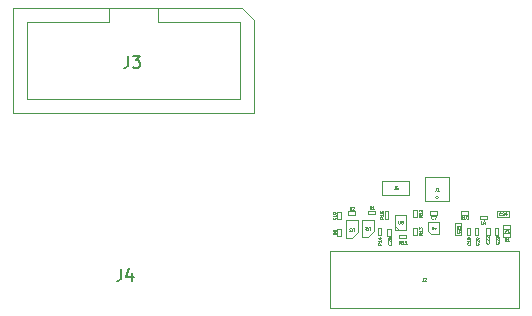
<source format=gbr>
%TF.GenerationSoftware,KiCad,Pcbnew,7.0.6*%
%TF.CreationDate,2023-09-10T10:14:12-04:00*%
%TF.ProjectId,headstage-neuropix1e,68656164-7374-4616-9765-2d6e6575726f,B*%
%TF.SameCoordinates,Original*%
%TF.FileFunction,AssemblyDrawing,Top*%
%FSLAX46Y46*%
G04 Gerber Fmt 4.6, Leading zero omitted, Abs format (unit mm)*
G04 Created by KiCad (PCBNEW 7.0.6) date 2023-09-10 10:14:12*
%MOMM*%
%LPD*%
G01*
G04 APERTURE LIST*
%ADD10C,0.150000*%
%ADD11C,0.040000*%
%ADD12C,0.100000*%
G04 APERTURE END LIST*
D10*
X116956666Y-95354819D02*
X116956666Y-96069104D01*
X116956666Y-96069104D02*
X116909047Y-96211961D01*
X116909047Y-96211961D02*
X116813809Y-96307200D01*
X116813809Y-96307200D02*
X116670952Y-96354819D01*
X116670952Y-96354819D02*
X116575714Y-96354819D01*
X117861428Y-95688152D02*
X117861428Y-96354819D01*
X117623333Y-95307200D02*
X117385238Y-96021485D01*
X117385238Y-96021485D02*
X118004285Y-96021485D01*
D11*
X138138333Y-90273574D02*
X138055000Y-90154527D01*
X137995476Y-90273574D02*
X137995476Y-90023574D01*
X137995476Y-90023574D02*
X138090714Y-90023574D01*
X138090714Y-90023574D02*
X138114524Y-90035479D01*
X138114524Y-90035479D02*
X138126429Y-90047384D01*
X138126429Y-90047384D02*
X138138333Y-90071193D01*
X138138333Y-90071193D02*
X138138333Y-90106908D01*
X138138333Y-90106908D02*
X138126429Y-90130717D01*
X138126429Y-90130717D02*
X138114524Y-90142622D01*
X138114524Y-90142622D02*
X138090714Y-90154527D01*
X138090714Y-90154527D02*
X137995476Y-90154527D01*
X138376429Y-90273574D02*
X138233572Y-90273574D01*
X138305000Y-90273574D02*
X138305000Y-90023574D01*
X138305000Y-90023574D02*
X138281191Y-90059289D01*
X138281191Y-90059289D02*
X138257381Y-90083098D01*
X138257381Y-90083098D02*
X138233572Y-90095003D01*
X146489765Y-93160714D02*
X146501670Y-93172618D01*
X146501670Y-93172618D02*
X146513574Y-93208333D01*
X146513574Y-93208333D02*
X146513574Y-93232142D01*
X146513574Y-93232142D02*
X146501670Y-93267856D01*
X146501670Y-93267856D02*
X146477860Y-93291666D01*
X146477860Y-93291666D02*
X146454050Y-93303571D01*
X146454050Y-93303571D02*
X146406431Y-93315475D01*
X146406431Y-93315475D02*
X146370717Y-93315475D01*
X146370717Y-93315475D02*
X146323098Y-93303571D01*
X146323098Y-93303571D02*
X146299289Y-93291666D01*
X146299289Y-93291666D02*
X146275479Y-93267856D01*
X146275479Y-93267856D02*
X146263574Y-93232142D01*
X146263574Y-93232142D02*
X146263574Y-93208333D01*
X146263574Y-93208333D02*
X146275479Y-93172618D01*
X146275479Y-93172618D02*
X146287384Y-93160714D01*
X146513574Y-92922618D02*
X146513574Y-93065475D01*
X146513574Y-92994047D02*
X146263574Y-92994047D01*
X146263574Y-92994047D02*
X146299289Y-93017856D01*
X146299289Y-93017856D02*
X146323098Y-93041666D01*
X146323098Y-93041666D02*
X146335003Y-93065475D01*
X146513574Y-92803571D02*
X146513574Y-92755952D01*
X146513574Y-92755952D02*
X146501670Y-92732142D01*
X146501670Y-92732142D02*
X146489765Y-92720238D01*
X146489765Y-92720238D02*
X146454050Y-92696428D01*
X146454050Y-92696428D02*
X146406431Y-92684523D01*
X146406431Y-92684523D02*
X146311193Y-92684523D01*
X146311193Y-92684523D02*
X146287384Y-92696428D01*
X146287384Y-92696428D02*
X146275479Y-92708333D01*
X146275479Y-92708333D02*
X146263574Y-92732142D01*
X146263574Y-92732142D02*
X146263574Y-92779761D01*
X146263574Y-92779761D02*
X146275479Y-92803571D01*
X146275479Y-92803571D02*
X146287384Y-92815476D01*
X146287384Y-92815476D02*
X146311193Y-92827380D01*
X146311193Y-92827380D02*
X146370717Y-92827380D01*
X146370717Y-92827380D02*
X146394527Y-92815476D01*
X146394527Y-92815476D02*
X146406431Y-92803571D01*
X146406431Y-92803571D02*
X146418336Y-92779761D01*
X146418336Y-92779761D02*
X146418336Y-92732142D01*
X146418336Y-92732142D02*
X146406431Y-92708333D01*
X146406431Y-92708333D02*
X146394527Y-92696428D01*
X146394527Y-92696428D02*
X146370717Y-92684523D01*
X140111667Y-88363574D02*
X140111667Y-88542146D01*
X140111667Y-88542146D02*
X140099762Y-88577860D01*
X140099762Y-88577860D02*
X140075953Y-88601670D01*
X140075953Y-88601670D02*
X140040238Y-88613574D01*
X140040238Y-88613574D02*
X140016429Y-88613574D01*
X140349762Y-88363574D02*
X140230714Y-88363574D01*
X140230714Y-88363574D02*
X140218810Y-88482622D01*
X140218810Y-88482622D02*
X140230714Y-88470717D01*
X140230714Y-88470717D02*
X140254524Y-88458812D01*
X140254524Y-88458812D02*
X140314048Y-88458812D01*
X140314048Y-88458812D02*
X140337857Y-88470717D01*
X140337857Y-88470717D02*
X140349762Y-88482622D01*
X140349762Y-88482622D02*
X140361667Y-88506431D01*
X140361667Y-88506431D02*
X140361667Y-88565955D01*
X140361667Y-88565955D02*
X140349762Y-88589765D01*
X140349762Y-88589765D02*
X140337857Y-88601670D01*
X140337857Y-88601670D02*
X140314048Y-88613574D01*
X140314048Y-88613574D02*
X140254524Y-88613574D01*
X140254524Y-88613574D02*
X140230714Y-88601670D01*
X140230714Y-88601670D02*
X140218810Y-88589765D01*
X143611667Y-88463574D02*
X143611667Y-88642146D01*
X143611667Y-88642146D02*
X143599762Y-88677860D01*
X143599762Y-88677860D02*
X143575953Y-88701670D01*
X143575953Y-88701670D02*
X143540238Y-88713574D01*
X143540238Y-88713574D02*
X143516429Y-88713574D01*
X143861667Y-88713574D02*
X143718810Y-88713574D01*
X143790238Y-88713574D02*
X143790238Y-88463574D01*
X143790238Y-88463574D02*
X143766429Y-88499289D01*
X143766429Y-88499289D02*
X143742619Y-88523098D01*
X143742619Y-88523098D02*
X143718810Y-88535003D01*
X139143574Y-90950714D02*
X139024527Y-91034047D01*
X139143574Y-91093571D02*
X138893574Y-91093571D01*
X138893574Y-91093571D02*
X138893574Y-90998333D01*
X138893574Y-90998333D02*
X138905479Y-90974523D01*
X138905479Y-90974523D02*
X138917384Y-90962618D01*
X138917384Y-90962618D02*
X138941193Y-90950714D01*
X138941193Y-90950714D02*
X138976908Y-90950714D01*
X138976908Y-90950714D02*
X139000717Y-90962618D01*
X139000717Y-90962618D02*
X139012622Y-90974523D01*
X139012622Y-90974523D02*
X139024527Y-90998333D01*
X139024527Y-90998333D02*
X139024527Y-91093571D01*
X139143574Y-90712618D02*
X139143574Y-90855475D01*
X139143574Y-90784047D02*
X138893574Y-90784047D01*
X138893574Y-90784047D02*
X138929289Y-90807856D01*
X138929289Y-90807856D02*
X138953098Y-90831666D01*
X138953098Y-90831666D02*
X138965003Y-90855475D01*
X138893574Y-90486428D02*
X138893574Y-90605476D01*
X138893574Y-90605476D02*
X139012622Y-90617380D01*
X139012622Y-90617380D02*
X139000717Y-90605476D01*
X139000717Y-90605476D02*
X138988812Y-90581666D01*
X138988812Y-90581666D02*
X138988812Y-90522142D01*
X138988812Y-90522142D02*
X139000717Y-90498333D01*
X139000717Y-90498333D02*
X139012622Y-90486428D01*
X139012622Y-90486428D02*
X139036431Y-90474523D01*
X139036431Y-90474523D02*
X139095955Y-90474523D01*
X139095955Y-90474523D02*
X139119765Y-90486428D01*
X139119765Y-90486428D02*
X139131670Y-90498333D01*
X139131670Y-90498333D02*
X139143574Y-90522142D01*
X139143574Y-90522142D02*
X139143574Y-90581666D01*
X139143574Y-90581666D02*
X139131670Y-90605476D01*
X139131670Y-90605476D02*
X139119765Y-90617380D01*
X142413574Y-90810714D02*
X142294527Y-90894047D01*
X142413574Y-90953571D02*
X142163574Y-90953571D01*
X142163574Y-90953571D02*
X142163574Y-90858333D01*
X142163574Y-90858333D02*
X142175479Y-90834523D01*
X142175479Y-90834523D02*
X142187384Y-90822618D01*
X142187384Y-90822618D02*
X142211193Y-90810714D01*
X142211193Y-90810714D02*
X142246908Y-90810714D01*
X142246908Y-90810714D02*
X142270717Y-90822618D01*
X142270717Y-90822618D02*
X142282622Y-90834523D01*
X142282622Y-90834523D02*
X142294527Y-90858333D01*
X142294527Y-90858333D02*
X142294527Y-90953571D01*
X142413574Y-90572618D02*
X142413574Y-90715475D01*
X142413574Y-90644047D02*
X142163574Y-90644047D01*
X142163574Y-90644047D02*
X142199289Y-90667856D01*
X142199289Y-90667856D02*
X142223098Y-90691666D01*
X142223098Y-90691666D02*
X142235003Y-90715475D01*
X142187384Y-90477380D02*
X142175479Y-90465476D01*
X142175479Y-90465476D02*
X142163574Y-90441666D01*
X142163574Y-90441666D02*
X142163574Y-90382142D01*
X142163574Y-90382142D02*
X142175479Y-90358333D01*
X142175479Y-90358333D02*
X142187384Y-90346428D01*
X142187384Y-90346428D02*
X142211193Y-90334523D01*
X142211193Y-90334523D02*
X142235003Y-90334523D01*
X142235003Y-90334523D02*
X142270717Y-90346428D01*
X142270717Y-90346428D02*
X142413574Y-90489285D01*
X142413574Y-90489285D02*
X142413574Y-90334523D01*
X145589765Y-92160714D02*
X145601670Y-92172618D01*
X145601670Y-92172618D02*
X145613574Y-92208333D01*
X145613574Y-92208333D02*
X145613574Y-92232142D01*
X145613574Y-92232142D02*
X145601670Y-92267856D01*
X145601670Y-92267856D02*
X145577860Y-92291666D01*
X145577860Y-92291666D02*
X145554050Y-92303571D01*
X145554050Y-92303571D02*
X145506431Y-92315475D01*
X145506431Y-92315475D02*
X145470717Y-92315475D01*
X145470717Y-92315475D02*
X145423098Y-92303571D01*
X145423098Y-92303571D02*
X145399289Y-92291666D01*
X145399289Y-92291666D02*
X145375479Y-92267856D01*
X145375479Y-92267856D02*
X145363574Y-92232142D01*
X145363574Y-92232142D02*
X145363574Y-92208333D01*
X145363574Y-92208333D02*
X145375479Y-92172618D01*
X145375479Y-92172618D02*
X145387384Y-92160714D01*
X145387384Y-92065475D02*
X145375479Y-92053571D01*
X145375479Y-92053571D02*
X145363574Y-92029761D01*
X145363574Y-92029761D02*
X145363574Y-91970237D01*
X145363574Y-91970237D02*
X145375479Y-91946428D01*
X145375479Y-91946428D02*
X145387384Y-91934523D01*
X145387384Y-91934523D02*
X145411193Y-91922618D01*
X145411193Y-91922618D02*
X145435003Y-91922618D01*
X145435003Y-91922618D02*
X145470717Y-91934523D01*
X145470717Y-91934523D02*
X145613574Y-92077380D01*
X145613574Y-92077380D02*
X145613574Y-91922618D01*
X145613574Y-91684523D02*
X145613574Y-91827380D01*
X145613574Y-91755952D02*
X145363574Y-91755952D01*
X145363574Y-91755952D02*
X145399289Y-91779761D01*
X145399289Y-91779761D02*
X145423098Y-91803571D01*
X145423098Y-91803571D02*
X145435003Y-91827380D01*
X138030476Y-92056425D02*
X138030476Y-91854044D01*
X138030476Y-91854044D02*
X138018571Y-91830234D01*
X138018571Y-91830234D02*
X138006666Y-91818330D01*
X138006666Y-91818330D02*
X137982857Y-91806425D01*
X137982857Y-91806425D02*
X137935238Y-91806425D01*
X137935238Y-91806425D02*
X137911428Y-91818330D01*
X137911428Y-91818330D02*
X137899523Y-91830234D01*
X137899523Y-91830234D02*
X137887619Y-91854044D01*
X137887619Y-91854044D02*
X137887619Y-92056425D01*
X137780475Y-92032615D02*
X137768571Y-92044520D01*
X137768571Y-92044520D02*
X137744761Y-92056425D01*
X137744761Y-92056425D02*
X137685237Y-92056425D01*
X137685237Y-92056425D02*
X137661428Y-92044520D01*
X137661428Y-92044520D02*
X137649523Y-92032615D01*
X137649523Y-92032615D02*
X137637618Y-92008806D01*
X137637618Y-92008806D02*
X137637618Y-91984996D01*
X137637618Y-91984996D02*
X137649523Y-91949282D01*
X137649523Y-91949282D02*
X137792380Y-91806425D01*
X137792380Y-91806425D02*
X137637618Y-91806425D01*
X135089765Y-91005714D02*
X135101670Y-91017618D01*
X135101670Y-91017618D02*
X135113574Y-91053333D01*
X135113574Y-91053333D02*
X135113574Y-91077142D01*
X135113574Y-91077142D02*
X135101670Y-91112856D01*
X135101670Y-91112856D02*
X135077860Y-91136666D01*
X135077860Y-91136666D02*
X135054050Y-91148571D01*
X135054050Y-91148571D02*
X135006431Y-91160475D01*
X135006431Y-91160475D02*
X134970717Y-91160475D01*
X134970717Y-91160475D02*
X134923098Y-91148571D01*
X134923098Y-91148571D02*
X134899289Y-91136666D01*
X134899289Y-91136666D02*
X134875479Y-91112856D01*
X134875479Y-91112856D02*
X134863574Y-91077142D01*
X134863574Y-91077142D02*
X134863574Y-91053333D01*
X134863574Y-91053333D02*
X134875479Y-91017618D01*
X134875479Y-91017618D02*
X134887384Y-91005714D01*
X135113574Y-90767618D02*
X135113574Y-90910475D01*
X135113574Y-90839047D02*
X134863574Y-90839047D01*
X134863574Y-90839047D02*
X134899289Y-90862856D01*
X134899289Y-90862856D02*
X134923098Y-90886666D01*
X134923098Y-90886666D02*
X134935003Y-90910475D01*
X134863574Y-90612857D02*
X134863574Y-90589047D01*
X134863574Y-90589047D02*
X134875479Y-90565238D01*
X134875479Y-90565238D02*
X134887384Y-90553333D01*
X134887384Y-90553333D02*
X134911193Y-90541428D01*
X134911193Y-90541428D02*
X134958812Y-90529523D01*
X134958812Y-90529523D02*
X135018336Y-90529523D01*
X135018336Y-90529523D02*
X135065955Y-90541428D01*
X135065955Y-90541428D02*
X135089765Y-90553333D01*
X135089765Y-90553333D02*
X135101670Y-90565238D01*
X135101670Y-90565238D02*
X135113574Y-90589047D01*
X135113574Y-90589047D02*
X135113574Y-90612857D01*
X135113574Y-90612857D02*
X135101670Y-90636666D01*
X135101670Y-90636666D02*
X135089765Y-90648571D01*
X135089765Y-90648571D02*
X135065955Y-90660476D01*
X135065955Y-90660476D02*
X135018336Y-90672380D01*
X135018336Y-90672380D02*
X134958812Y-90672380D01*
X134958812Y-90672380D02*
X134911193Y-90660476D01*
X134911193Y-90660476D02*
X134887384Y-90648571D01*
X134887384Y-90648571D02*
X134875479Y-90636666D01*
X134875479Y-90636666D02*
X134863574Y-90612857D01*
X140409523Y-91263574D02*
X140409523Y-91465955D01*
X140409523Y-91465955D02*
X140421428Y-91489765D01*
X140421428Y-91489765D02*
X140433333Y-91501670D01*
X140433333Y-91501670D02*
X140457142Y-91513574D01*
X140457142Y-91513574D02*
X140504761Y-91513574D01*
X140504761Y-91513574D02*
X140528571Y-91501670D01*
X140528571Y-91501670D02*
X140540476Y-91489765D01*
X140540476Y-91489765D02*
X140552380Y-91465955D01*
X140552380Y-91465955D02*
X140552380Y-91263574D01*
X140778571Y-91263574D02*
X140730952Y-91263574D01*
X140730952Y-91263574D02*
X140707143Y-91275479D01*
X140707143Y-91275479D02*
X140695238Y-91287384D01*
X140695238Y-91287384D02*
X140671428Y-91323098D01*
X140671428Y-91323098D02*
X140659524Y-91370717D01*
X140659524Y-91370717D02*
X140659524Y-91465955D01*
X140659524Y-91465955D02*
X140671428Y-91489765D01*
X140671428Y-91489765D02*
X140683333Y-91501670D01*
X140683333Y-91501670D02*
X140707143Y-91513574D01*
X140707143Y-91513574D02*
X140754762Y-91513574D01*
X140754762Y-91513574D02*
X140778571Y-91501670D01*
X140778571Y-91501670D02*
X140790476Y-91489765D01*
X140790476Y-91489765D02*
X140802381Y-91465955D01*
X140802381Y-91465955D02*
X140802381Y-91406431D01*
X140802381Y-91406431D02*
X140790476Y-91382622D01*
X140790476Y-91382622D02*
X140778571Y-91370717D01*
X140778571Y-91370717D02*
X140754762Y-91358812D01*
X140754762Y-91358812D02*
X140707143Y-91358812D01*
X140707143Y-91358812D02*
X140683333Y-91370717D01*
X140683333Y-91370717D02*
X140671428Y-91382622D01*
X140671428Y-91382622D02*
X140659524Y-91406431D01*
X143247619Y-91790443D02*
X143247619Y-91952348D01*
X143247619Y-91952348D02*
X143257142Y-91971396D01*
X143257142Y-91971396D02*
X143266666Y-91980920D01*
X143266666Y-91980920D02*
X143285714Y-91990443D01*
X143285714Y-91990443D02*
X143323809Y-91990443D01*
X143323809Y-91990443D02*
X143342857Y-91980920D01*
X143342857Y-91980920D02*
X143352380Y-91971396D01*
X143352380Y-91971396D02*
X143361904Y-91952348D01*
X143361904Y-91952348D02*
X143361904Y-91790443D01*
X143542857Y-91857110D02*
X143542857Y-91990443D01*
X143495238Y-91780920D02*
X143447619Y-91923777D01*
X143447619Y-91923777D02*
X143571428Y-91923777D01*
X148889765Y-93060714D02*
X148901670Y-93072618D01*
X148901670Y-93072618D02*
X148913574Y-93108333D01*
X148913574Y-93108333D02*
X148913574Y-93132142D01*
X148913574Y-93132142D02*
X148901670Y-93167856D01*
X148901670Y-93167856D02*
X148877860Y-93191666D01*
X148877860Y-93191666D02*
X148854050Y-93203571D01*
X148854050Y-93203571D02*
X148806431Y-93215475D01*
X148806431Y-93215475D02*
X148770717Y-93215475D01*
X148770717Y-93215475D02*
X148723098Y-93203571D01*
X148723098Y-93203571D02*
X148699289Y-93191666D01*
X148699289Y-93191666D02*
X148675479Y-93167856D01*
X148675479Y-93167856D02*
X148663574Y-93132142D01*
X148663574Y-93132142D02*
X148663574Y-93108333D01*
X148663574Y-93108333D02*
X148675479Y-93072618D01*
X148675479Y-93072618D02*
X148687384Y-93060714D01*
X148687384Y-92965475D02*
X148675479Y-92953571D01*
X148675479Y-92953571D02*
X148663574Y-92929761D01*
X148663574Y-92929761D02*
X148663574Y-92870237D01*
X148663574Y-92870237D02*
X148675479Y-92846428D01*
X148675479Y-92846428D02*
X148687384Y-92834523D01*
X148687384Y-92834523D02*
X148711193Y-92822618D01*
X148711193Y-92822618D02*
X148735003Y-92822618D01*
X148735003Y-92822618D02*
X148770717Y-92834523D01*
X148770717Y-92834523D02*
X148913574Y-92977380D01*
X148913574Y-92977380D02*
X148913574Y-92822618D01*
X148663574Y-92739285D02*
X148663574Y-92584523D01*
X148663574Y-92584523D02*
X148758812Y-92667857D01*
X148758812Y-92667857D02*
X148758812Y-92632142D01*
X148758812Y-92632142D02*
X148770717Y-92608333D01*
X148770717Y-92608333D02*
X148782622Y-92596428D01*
X148782622Y-92596428D02*
X148806431Y-92584523D01*
X148806431Y-92584523D02*
X148865955Y-92584523D01*
X148865955Y-92584523D02*
X148889765Y-92596428D01*
X148889765Y-92596428D02*
X148901670Y-92608333D01*
X148901670Y-92608333D02*
X148913574Y-92632142D01*
X148913574Y-92632142D02*
X148913574Y-92703571D01*
X148913574Y-92703571D02*
X148901670Y-92727380D01*
X148901670Y-92727380D02*
X148889765Y-92739285D01*
X135113574Y-92286666D02*
X134994527Y-92369999D01*
X135113574Y-92429523D02*
X134863574Y-92429523D01*
X134863574Y-92429523D02*
X134863574Y-92334285D01*
X134863574Y-92334285D02*
X134875479Y-92310475D01*
X134875479Y-92310475D02*
X134887384Y-92298570D01*
X134887384Y-92298570D02*
X134911193Y-92286666D01*
X134911193Y-92286666D02*
X134946908Y-92286666D01*
X134946908Y-92286666D02*
X134970717Y-92298570D01*
X134970717Y-92298570D02*
X134982622Y-92310475D01*
X134982622Y-92310475D02*
X134994527Y-92334285D01*
X134994527Y-92334285D02*
X134994527Y-92429523D01*
X134863574Y-92060475D02*
X134863574Y-92179523D01*
X134863574Y-92179523D02*
X134982622Y-92191427D01*
X134982622Y-92191427D02*
X134970717Y-92179523D01*
X134970717Y-92179523D02*
X134958812Y-92155713D01*
X134958812Y-92155713D02*
X134958812Y-92096189D01*
X134958812Y-92096189D02*
X134970717Y-92072380D01*
X134970717Y-92072380D02*
X134982622Y-92060475D01*
X134982622Y-92060475D02*
X135006431Y-92048570D01*
X135006431Y-92048570D02*
X135065955Y-92048570D01*
X135065955Y-92048570D02*
X135089765Y-92060475D01*
X135089765Y-92060475D02*
X135101670Y-92072380D01*
X135101670Y-92072380D02*
X135113574Y-92096189D01*
X135113574Y-92096189D02*
X135113574Y-92155713D01*
X135113574Y-92155713D02*
X135101670Y-92179523D01*
X135101670Y-92179523D02*
X135089765Y-92191427D01*
X147189765Y-93160714D02*
X147201670Y-93172618D01*
X147201670Y-93172618D02*
X147213574Y-93208333D01*
X147213574Y-93208333D02*
X147213574Y-93232142D01*
X147213574Y-93232142D02*
X147201670Y-93267856D01*
X147201670Y-93267856D02*
X147177860Y-93291666D01*
X147177860Y-93291666D02*
X147154050Y-93303571D01*
X147154050Y-93303571D02*
X147106431Y-93315475D01*
X147106431Y-93315475D02*
X147070717Y-93315475D01*
X147070717Y-93315475D02*
X147023098Y-93303571D01*
X147023098Y-93303571D02*
X146999289Y-93291666D01*
X146999289Y-93291666D02*
X146975479Y-93267856D01*
X146975479Y-93267856D02*
X146963574Y-93232142D01*
X146963574Y-93232142D02*
X146963574Y-93208333D01*
X146963574Y-93208333D02*
X146975479Y-93172618D01*
X146975479Y-93172618D02*
X146987384Y-93160714D01*
X146987384Y-93065475D02*
X146975479Y-93053571D01*
X146975479Y-93053571D02*
X146963574Y-93029761D01*
X146963574Y-93029761D02*
X146963574Y-92970237D01*
X146963574Y-92970237D02*
X146975479Y-92946428D01*
X146975479Y-92946428D02*
X146987384Y-92934523D01*
X146987384Y-92934523D02*
X147011193Y-92922618D01*
X147011193Y-92922618D02*
X147035003Y-92922618D01*
X147035003Y-92922618D02*
X147070717Y-92934523D01*
X147070717Y-92934523D02*
X147213574Y-93077380D01*
X147213574Y-93077380D02*
X147213574Y-92922618D01*
X146963574Y-92767857D02*
X146963574Y-92744047D01*
X146963574Y-92744047D02*
X146975479Y-92720238D01*
X146975479Y-92720238D02*
X146987384Y-92708333D01*
X146987384Y-92708333D02*
X147011193Y-92696428D01*
X147011193Y-92696428D02*
X147058812Y-92684523D01*
X147058812Y-92684523D02*
X147118336Y-92684523D01*
X147118336Y-92684523D02*
X147165955Y-92696428D01*
X147165955Y-92696428D02*
X147189765Y-92708333D01*
X147189765Y-92708333D02*
X147201670Y-92720238D01*
X147201670Y-92720238D02*
X147213574Y-92744047D01*
X147213574Y-92744047D02*
X147213574Y-92767857D01*
X147213574Y-92767857D02*
X147201670Y-92791666D01*
X147201670Y-92791666D02*
X147189765Y-92803571D01*
X147189765Y-92803571D02*
X147165955Y-92815476D01*
X147165955Y-92815476D02*
X147118336Y-92827380D01*
X147118336Y-92827380D02*
X147058812Y-92827380D01*
X147058812Y-92827380D02*
X147011193Y-92815476D01*
X147011193Y-92815476D02*
X146987384Y-92803571D01*
X146987384Y-92803571D02*
X146975479Y-92791666D01*
X146975479Y-92791666D02*
X146963574Y-92767857D01*
X140639285Y-93213574D02*
X140555952Y-93094527D01*
X140496428Y-93213574D02*
X140496428Y-92963574D01*
X140496428Y-92963574D02*
X140591666Y-92963574D01*
X140591666Y-92963574D02*
X140615476Y-92975479D01*
X140615476Y-92975479D02*
X140627381Y-92987384D01*
X140627381Y-92987384D02*
X140639285Y-93011193D01*
X140639285Y-93011193D02*
X140639285Y-93046908D01*
X140639285Y-93046908D02*
X140627381Y-93070717D01*
X140627381Y-93070717D02*
X140615476Y-93082622D01*
X140615476Y-93082622D02*
X140591666Y-93094527D01*
X140591666Y-93094527D02*
X140496428Y-93094527D01*
X140877381Y-93213574D02*
X140734524Y-93213574D01*
X140805952Y-93213574D02*
X140805952Y-92963574D01*
X140805952Y-92963574D02*
X140782143Y-92999289D01*
X140782143Y-92999289D02*
X140758333Y-93023098D01*
X140758333Y-93023098D02*
X140734524Y-93035003D01*
X141115476Y-93213574D02*
X140972619Y-93213574D01*
X141044047Y-93213574D02*
X141044047Y-92963574D01*
X141044047Y-92963574D02*
X141020238Y-92999289D01*
X141020238Y-92999289D02*
X140996428Y-93023098D01*
X140996428Y-93023098D02*
X140972619Y-93035003D01*
X139789765Y-93160714D02*
X139801670Y-93172618D01*
X139801670Y-93172618D02*
X139813574Y-93208333D01*
X139813574Y-93208333D02*
X139813574Y-93232142D01*
X139813574Y-93232142D02*
X139801670Y-93267856D01*
X139801670Y-93267856D02*
X139777860Y-93291666D01*
X139777860Y-93291666D02*
X139754050Y-93303571D01*
X139754050Y-93303571D02*
X139706431Y-93315475D01*
X139706431Y-93315475D02*
X139670717Y-93315475D01*
X139670717Y-93315475D02*
X139623098Y-93303571D01*
X139623098Y-93303571D02*
X139599289Y-93291666D01*
X139599289Y-93291666D02*
X139575479Y-93267856D01*
X139575479Y-93267856D02*
X139563574Y-93232142D01*
X139563574Y-93232142D02*
X139563574Y-93208333D01*
X139563574Y-93208333D02*
X139575479Y-93172618D01*
X139575479Y-93172618D02*
X139587384Y-93160714D01*
X139587384Y-93065475D02*
X139575479Y-93053571D01*
X139575479Y-93053571D02*
X139563574Y-93029761D01*
X139563574Y-93029761D02*
X139563574Y-92970237D01*
X139563574Y-92970237D02*
X139575479Y-92946428D01*
X139575479Y-92946428D02*
X139587384Y-92934523D01*
X139587384Y-92934523D02*
X139611193Y-92922618D01*
X139611193Y-92922618D02*
X139635003Y-92922618D01*
X139635003Y-92922618D02*
X139670717Y-92934523D01*
X139670717Y-92934523D02*
X139813574Y-93077380D01*
X139813574Y-93077380D02*
X139813574Y-92922618D01*
X139670717Y-92779761D02*
X139658812Y-92803571D01*
X139658812Y-92803571D02*
X139646908Y-92815476D01*
X139646908Y-92815476D02*
X139623098Y-92827380D01*
X139623098Y-92827380D02*
X139611193Y-92827380D01*
X139611193Y-92827380D02*
X139587384Y-92815476D01*
X139587384Y-92815476D02*
X139575479Y-92803571D01*
X139575479Y-92803571D02*
X139563574Y-92779761D01*
X139563574Y-92779761D02*
X139563574Y-92732142D01*
X139563574Y-92732142D02*
X139575479Y-92708333D01*
X139575479Y-92708333D02*
X139587384Y-92696428D01*
X139587384Y-92696428D02*
X139611193Y-92684523D01*
X139611193Y-92684523D02*
X139623098Y-92684523D01*
X139623098Y-92684523D02*
X139646908Y-92696428D01*
X139646908Y-92696428D02*
X139658812Y-92708333D01*
X139658812Y-92708333D02*
X139670717Y-92732142D01*
X139670717Y-92732142D02*
X139670717Y-92779761D01*
X139670717Y-92779761D02*
X139682622Y-92803571D01*
X139682622Y-92803571D02*
X139694527Y-92815476D01*
X139694527Y-92815476D02*
X139718336Y-92827380D01*
X139718336Y-92827380D02*
X139765955Y-92827380D01*
X139765955Y-92827380D02*
X139789765Y-92815476D01*
X139789765Y-92815476D02*
X139801670Y-92803571D01*
X139801670Y-92803571D02*
X139813574Y-92779761D01*
X139813574Y-92779761D02*
X139813574Y-92732142D01*
X139813574Y-92732142D02*
X139801670Y-92708333D01*
X139801670Y-92708333D02*
X139789765Y-92696428D01*
X139789765Y-92696428D02*
X139765955Y-92684523D01*
X139765955Y-92684523D02*
X139718336Y-92684523D01*
X139718336Y-92684523D02*
X139694527Y-92696428D01*
X139694527Y-92696428D02*
X139682622Y-92708333D01*
X139682622Y-92708333D02*
X139670717Y-92732142D01*
X138953574Y-93160714D02*
X138834527Y-93244047D01*
X138953574Y-93303571D02*
X138703574Y-93303571D01*
X138703574Y-93303571D02*
X138703574Y-93208333D01*
X138703574Y-93208333D02*
X138715479Y-93184523D01*
X138715479Y-93184523D02*
X138727384Y-93172618D01*
X138727384Y-93172618D02*
X138751193Y-93160714D01*
X138751193Y-93160714D02*
X138786908Y-93160714D01*
X138786908Y-93160714D02*
X138810717Y-93172618D01*
X138810717Y-93172618D02*
X138822622Y-93184523D01*
X138822622Y-93184523D02*
X138834527Y-93208333D01*
X138834527Y-93208333D02*
X138834527Y-93303571D01*
X138953574Y-92922618D02*
X138953574Y-93065475D01*
X138953574Y-92994047D02*
X138703574Y-92994047D01*
X138703574Y-92994047D02*
X138739289Y-93017856D01*
X138739289Y-93017856D02*
X138763098Y-93041666D01*
X138763098Y-93041666D02*
X138775003Y-93065475D01*
X138786908Y-92708333D02*
X138953574Y-92708333D01*
X138691670Y-92767857D02*
X138870241Y-92827380D01*
X138870241Y-92827380D02*
X138870241Y-92672619D01*
X136680476Y-92136425D02*
X136680476Y-91934044D01*
X136680476Y-91934044D02*
X136668571Y-91910234D01*
X136668571Y-91910234D02*
X136656666Y-91898330D01*
X136656666Y-91898330D02*
X136632857Y-91886425D01*
X136632857Y-91886425D02*
X136585238Y-91886425D01*
X136585238Y-91886425D02*
X136561428Y-91898330D01*
X136561428Y-91898330D02*
X136549523Y-91910234D01*
X136549523Y-91910234D02*
X136537619Y-91934044D01*
X136537619Y-91934044D02*
X136537619Y-92136425D01*
X136442380Y-92136425D02*
X136287618Y-92136425D01*
X136287618Y-92136425D02*
X136370952Y-92041187D01*
X136370952Y-92041187D02*
X136335237Y-92041187D01*
X136335237Y-92041187D02*
X136311428Y-92029282D01*
X136311428Y-92029282D02*
X136299523Y-92017377D01*
X136299523Y-92017377D02*
X136287618Y-91993568D01*
X136287618Y-91993568D02*
X136287618Y-91934044D01*
X136287618Y-91934044D02*
X136299523Y-91910234D01*
X136299523Y-91910234D02*
X136311428Y-91898330D01*
X136311428Y-91898330D02*
X136335237Y-91886425D01*
X136335237Y-91886425D02*
X136406666Y-91886425D01*
X136406666Y-91886425D02*
X136430475Y-91898330D01*
X136430475Y-91898330D02*
X136442380Y-91910234D01*
X147558333Y-91513574D02*
X147439285Y-91513574D01*
X147439285Y-91513574D02*
X147439285Y-91263574D01*
X147748809Y-91346908D02*
X147748809Y-91513574D01*
X147689285Y-91251670D02*
X147629762Y-91430241D01*
X147629762Y-91430241D02*
X147784523Y-91430241D01*
X148089765Y-93060714D02*
X148101670Y-93072618D01*
X148101670Y-93072618D02*
X148113574Y-93108333D01*
X148113574Y-93108333D02*
X148113574Y-93132142D01*
X148113574Y-93132142D02*
X148101670Y-93167856D01*
X148101670Y-93167856D02*
X148077860Y-93191666D01*
X148077860Y-93191666D02*
X148054050Y-93203571D01*
X148054050Y-93203571D02*
X148006431Y-93215475D01*
X148006431Y-93215475D02*
X147970717Y-93215475D01*
X147970717Y-93215475D02*
X147923098Y-93203571D01*
X147923098Y-93203571D02*
X147899289Y-93191666D01*
X147899289Y-93191666D02*
X147875479Y-93167856D01*
X147875479Y-93167856D02*
X147863574Y-93132142D01*
X147863574Y-93132142D02*
X147863574Y-93108333D01*
X147863574Y-93108333D02*
X147875479Y-93072618D01*
X147875479Y-93072618D02*
X147887384Y-93060714D01*
X147887384Y-92965475D02*
X147875479Y-92953571D01*
X147875479Y-92953571D02*
X147863574Y-92929761D01*
X147863574Y-92929761D02*
X147863574Y-92870237D01*
X147863574Y-92870237D02*
X147875479Y-92846428D01*
X147875479Y-92846428D02*
X147887384Y-92834523D01*
X147887384Y-92834523D02*
X147911193Y-92822618D01*
X147911193Y-92822618D02*
X147935003Y-92822618D01*
X147935003Y-92822618D02*
X147970717Y-92834523D01*
X147970717Y-92834523D02*
X148113574Y-92977380D01*
X148113574Y-92977380D02*
X148113574Y-92822618D01*
X147887384Y-92727380D02*
X147875479Y-92715476D01*
X147875479Y-92715476D02*
X147863574Y-92691666D01*
X147863574Y-92691666D02*
X147863574Y-92632142D01*
X147863574Y-92632142D02*
X147875479Y-92608333D01*
X147875479Y-92608333D02*
X147887384Y-92596428D01*
X147887384Y-92596428D02*
X147911193Y-92584523D01*
X147911193Y-92584523D02*
X147935003Y-92584523D01*
X147935003Y-92584523D02*
X147970717Y-92596428D01*
X147970717Y-92596428D02*
X148113574Y-92739285D01*
X148113574Y-92739285D02*
X148113574Y-92584523D01*
X143358333Y-91089765D02*
X143346429Y-91101670D01*
X143346429Y-91101670D02*
X143310714Y-91113574D01*
X143310714Y-91113574D02*
X143286905Y-91113574D01*
X143286905Y-91113574D02*
X143251191Y-91101670D01*
X143251191Y-91101670D02*
X143227381Y-91077860D01*
X143227381Y-91077860D02*
X143215476Y-91054050D01*
X143215476Y-91054050D02*
X143203572Y-91006431D01*
X143203572Y-91006431D02*
X143203572Y-90970717D01*
X143203572Y-90970717D02*
X143215476Y-90923098D01*
X143215476Y-90923098D02*
X143227381Y-90899289D01*
X143227381Y-90899289D02*
X143251191Y-90875479D01*
X143251191Y-90875479D02*
X143286905Y-90863574D01*
X143286905Y-90863574D02*
X143310714Y-90863574D01*
X143310714Y-90863574D02*
X143346429Y-90875479D01*
X143346429Y-90875479D02*
X143358333Y-90887384D01*
X143441667Y-90863574D02*
X143608333Y-90863574D01*
X143608333Y-90863574D02*
X143501191Y-91113574D01*
X142516667Y-96113574D02*
X142516667Y-96292146D01*
X142516667Y-96292146D02*
X142504762Y-96327860D01*
X142504762Y-96327860D02*
X142480953Y-96351670D01*
X142480953Y-96351670D02*
X142445238Y-96363574D01*
X142445238Y-96363574D02*
X142421429Y-96363574D01*
X142623810Y-96137384D02*
X142635714Y-96125479D01*
X142635714Y-96125479D02*
X142659524Y-96113574D01*
X142659524Y-96113574D02*
X142719048Y-96113574D01*
X142719048Y-96113574D02*
X142742857Y-96125479D01*
X142742857Y-96125479D02*
X142754762Y-96137384D01*
X142754762Y-96137384D02*
X142766667Y-96161193D01*
X142766667Y-96161193D02*
X142766667Y-96185003D01*
X142766667Y-96185003D02*
X142754762Y-96220717D01*
X142754762Y-96220717D02*
X142611905Y-96363574D01*
X142611905Y-96363574D02*
X142766667Y-96363574D01*
X149119285Y-90799765D02*
X149107381Y-90811670D01*
X149107381Y-90811670D02*
X149071666Y-90823574D01*
X149071666Y-90823574D02*
X149047857Y-90823574D01*
X149047857Y-90823574D02*
X149012143Y-90811670D01*
X149012143Y-90811670D02*
X148988333Y-90787860D01*
X148988333Y-90787860D02*
X148976428Y-90764050D01*
X148976428Y-90764050D02*
X148964524Y-90716431D01*
X148964524Y-90716431D02*
X148964524Y-90680717D01*
X148964524Y-90680717D02*
X148976428Y-90633098D01*
X148976428Y-90633098D02*
X148988333Y-90609289D01*
X148988333Y-90609289D02*
X149012143Y-90585479D01*
X149012143Y-90585479D02*
X149047857Y-90573574D01*
X149047857Y-90573574D02*
X149071666Y-90573574D01*
X149071666Y-90573574D02*
X149107381Y-90585479D01*
X149107381Y-90585479D02*
X149119285Y-90597384D01*
X149214524Y-90597384D02*
X149226428Y-90585479D01*
X149226428Y-90585479D02*
X149250238Y-90573574D01*
X149250238Y-90573574D02*
X149309762Y-90573574D01*
X149309762Y-90573574D02*
X149333571Y-90585479D01*
X149333571Y-90585479D02*
X149345476Y-90597384D01*
X149345476Y-90597384D02*
X149357381Y-90621193D01*
X149357381Y-90621193D02*
X149357381Y-90645003D01*
X149357381Y-90645003D02*
X149345476Y-90680717D01*
X149345476Y-90680717D02*
X149202619Y-90823574D01*
X149202619Y-90823574D02*
X149357381Y-90823574D01*
X149571666Y-90656908D02*
X149571666Y-90823574D01*
X149512142Y-90561670D02*
X149452619Y-90740241D01*
X149452619Y-90740241D02*
X149607380Y-90740241D01*
X145839285Y-91113574D02*
X145755952Y-90994527D01*
X145696428Y-91113574D02*
X145696428Y-90863574D01*
X145696428Y-90863574D02*
X145791666Y-90863574D01*
X145791666Y-90863574D02*
X145815476Y-90875479D01*
X145815476Y-90875479D02*
X145827381Y-90887384D01*
X145827381Y-90887384D02*
X145839285Y-90911193D01*
X145839285Y-90911193D02*
X145839285Y-90946908D01*
X145839285Y-90946908D02*
X145827381Y-90970717D01*
X145827381Y-90970717D02*
X145815476Y-90982622D01*
X145815476Y-90982622D02*
X145791666Y-90994527D01*
X145791666Y-90994527D02*
X145696428Y-90994527D01*
X146077381Y-91113574D02*
X145934524Y-91113574D01*
X146005952Y-91113574D02*
X146005952Y-90863574D01*
X146005952Y-90863574D02*
X145982143Y-90899289D01*
X145982143Y-90899289D02*
X145958333Y-90923098D01*
X145958333Y-90923098D02*
X145934524Y-90935003D01*
X146232142Y-90863574D02*
X146255952Y-90863574D01*
X146255952Y-90863574D02*
X146279761Y-90875479D01*
X146279761Y-90875479D02*
X146291666Y-90887384D01*
X146291666Y-90887384D02*
X146303571Y-90911193D01*
X146303571Y-90911193D02*
X146315476Y-90958812D01*
X146315476Y-90958812D02*
X146315476Y-91018336D01*
X146315476Y-91018336D02*
X146303571Y-91065955D01*
X146303571Y-91065955D02*
X146291666Y-91089765D01*
X146291666Y-91089765D02*
X146279761Y-91101670D01*
X146279761Y-91101670D02*
X146255952Y-91113574D01*
X146255952Y-91113574D02*
X146232142Y-91113574D01*
X146232142Y-91113574D02*
X146208333Y-91101670D01*
X146208333Y-91101670D02*
X146196428Y-91089765D01*
X146196428Y-91089765D02*
X146184523Y-91065955D01*
X146184523Y-91065955D02*
X146172619Y-91018336D01*
X146172619Y-91018336D02*
X146172619Y-90958812D01*
X146172619Y-90958812D02*
X146184523Y-90911193D01*
X146184523Y-90911193D02*
X146196428Y-90887384D01*
X146196428Y-90887384D02*
X146208333Y-90875479D01*
X146208333Y-90875479D02*
X146232142Y-90863574D01*
D10*
X117546666Y-77322319D02*
X117546666Y-78036604D01*
X117546666Y-78036604D02*
X117499047Y-78179461D01*
X117499047Y-78179461D02*
X117403809Y-78274700D01*
X117403809Y-78274700D02*
X117260952Y-78322319D01*
X117260952Y-78322319D02*
X117165714Y-78322319D01*
X117927619Y-77322319D02*
X118546666Y-77322319D01*
X118546666Y-77322319D02*
X118213333Y-77703271D01*
X118213333Y-77703271D02*
X118356190Y-77703271D01*
X118356190Y-77703271D02*
X118451428Y-77750890D01*
X118451428Y-77750890D02*
X118499047Y-77798509D01*
X118499047Y-77798509D02*
X118546666Y-77893747D01*
X118546666Y-77893747D02*
X118546666Y-78131842D01*
X118546666Y-78131842D02*
X118499047Y-78227080D01*
X118499047Y-78227080D02*
X118451428Y-78274700D01*
X118451428Y-78274700D02*
X118356190Y-78322319D01*
X118356190Y-78322319D02*
X118070476Y-78322319D01*
X118070476Y-78322319D02*
X117975238Y-78274700D01*
X117975238Y-78274700D02*
X117927619Y-78227080D01*
D11*
X142413574Y-92310714D02*
X142294527Y-92394047D01*
X142413574Y-92453571D02*
X142163574Y-92453571D01*
X142163574Y-92453571D02*
X142163574Y-92358333D01*
X142163574Y-92358333D02*
X142175479Y-92334523D01*
X142175479Y-92334523D02*
X142187384Y-92322618D01*
X142187384Y-92322618D02*
X142211193Y-92310714D01*
X142211193Y-92310714D02*
X142246908Y-92310714D01*
X142246908Y-92310714D02*
X142270717Y-92322618D01*
X142270717Y-92322618D02*
X142282622Y-92334523D01*
X142282622Y-92334523D02*
X142294527Y-92358333D01*
X142294527Y-92358333D02*
X142294527Y-92453571D01*
X142413574Y-92072618D02*
X142413574Y-92215475D01*
X142413574Y-92144047D02*
X142163574Y-92144047D01*
X142163574Y-92144047D02*
X142199289Y-92167856D01*
X142199289Y-92167856D02*
X142223098Y-92191666D01*
X142223098Y-92191666D02*
X142235003Y-92215475D01*
X142163574Y-91989285D02*
X142163574Y-91834523D01*
X142163574Y-91834523D02*
X142258812Y-91917857D01*
X142258812Y-91917857D02*
X142258812Y-91882142D01*
X142258812Y-91882142D02*
X142270717Y-91858333D01*
X142270717Y-91858333D02*
X142282622Y-91846428D01*
X142282622Y-91846428D02*
X142306431Y-91834523D01*
X142306431Y-91834523D02*
X142365955Y-91834523D01*
X142365955Y-91834523D02*
X142389765Y-91846428D01*
X142389765Y-91846428D02*
X142401670Y-91858333D01*
X142401670Y-91858333D02*
X142413574Y-91882142D01*
X142413574Y-91882142D02*
X142413574Y-91953571D01*
X142413574Y-91953571D02*
X142401670Y-91977380D01*
X142401670Y-91977380D02*
X142389765Y-91989285D01*
X136438333Y-90333574D02*
X136355000Y-90214527D01*
X136295476Y-90333574D02*
X136295476Y-90083574D01*
X136295476Y-90083574D02*
X136390714Y-90083574D01*
X136390714Y-90083574D02*
X136414524Y-90095479D01*
X136414524Y-90095479D02*
X136426429Y-90107384D01*
X136426429Y-90107384D02*
X136438333Y-90131193D01*
X136438333Y-90131193D02*
X136438333Y-90166908D01*
X136438333Y-90166908D02*
X136426429Y-90190717D01*
X136426429Y-90190717D02*
X136414524Y-90202622D01*
X136414524Y-90202622D02*
X136390714Y-90214527D01*
X136390714Y-90214527D02*
X136295476Y-90214527D01*
X136533572Y-90107384D02*
X136545476Y-90095479D01*
X136545476Y-90095479D02*
X136569286Y-90083574D01*
X136569286Y-90083574D02*
X136628810Y-90083574D01*
X136628810Y-90083574D02*
X136652619Y-90095479D01*
X136652619Y-90095479D02*
X136664524Y-90107384D01*
X136664524Y-90107384D02*
X136676429Y-90131193D01*
X136676429Y-90131193D02*
X136676429Y-90155003D01*
X136676429Y-90155003D02*
X136664524Y-90190717D01*
X136664524Y-90190717D02*
X136521667Y-90333574D01*
X136521667Y-90333574D02*
X136676429Y-90333574D01*
X149415476Y-93013574D02*
X149415476Y-92763574D01*
X149415476Y-92763574D02*
X149475000Y-92763574D01*
X149475000Y-92763574D02*
X149510714Y-92775479D01*
X149510714Y-92775479D02*
X149534524Y-92799289D01*
X149534524Y-92799289D02*
X149546429Y-92823098D01*
X149546429Y-92823098D02*
X149558333Y-92870717D01*
X149558333Y-92870717D02*
X149558333Y-92906431D01*
X149558333Y-92906431D02*
X149546429Y-92954050D01*
X149546429Y-92954050D02*
X149534524Y-92977860D01*
X149534524Y-92977860D02*
X149510714Y-93001670D01*
X149510714Y-93001670D02*
X149475000Y-93013574D01*
X149475000Y-93013574D02*
X149415476Y-93013574D01*
X149796429Y-93013574D02*
X149653572Y-93013574D01*
X149725000Y-93013574D02*
X149725000Y-92763574D01*
X149725000Y-92763574D02*
X149701191Y-92799289D01*
X149701191Y-92799289D02*
X149677381Y-92823098D01*
X149677381Y-92823098D02*
X149653572Y-92835003D01*
D12*
%TO.C,R1*%
X137880000Y-90410000D02*
X138480000Y-90410000D01*
X137880000Y-90710000D02*
X137880000Y-90410000D01*
X138480000Y-90410000D02*
X138480000Y-90710000D01*
X138480000Y-90710000D02*
X137880000Y-90710000D01*
%TO.C,C19*%
X146500000Y-91900000D02*
X146500000Y-92500000D01*
X146200000Y-91900000D02*
X146500000Y-91900000D01*
X146500000Y-92500000D02*
X146200000Y-92500000D01*
X146200000Y-92500000D02*
X146200000Y-91900000D01*
%TO.C,J5*%
X139000000Y-87900000D02*
X141300000Y-87900000D01*
X141300000Y-87900000D02*
X141300000Y-89100000D01*
X141300000Y-89100000D02*
X139000000Y-89100000D01*
X139000000Y-89100000D02*
X139000000Y-87900000D01*
%TO.C,J1*%
X142700000Y-87600000D02*
X144700000Y-87600000D01*
X144700000Y-87600000D02*
X144700000Y-89600000D01*
X144700000Y-89600000D02*
X142700000Y-89600000D01*
X142700000Y-89600000D02*
X142700000Y-87600000D01*
X143841421Y-89300000D02*
G75*
G03*
X143841421Y-89300000I-141421J0D01*
G01*
%TO.C,R15*%
X139280000Y-91090000D02*
X139280000Y-90490000D01*
X139580000Y-91090000D02*
X139280000Y-91090000D01*
X139280000Y-90490000D02*
X139580000Y-90490000D01*
X139580000Y-90490000D02*
X139580000Y-91090000D01*
%TO.C,R12*%
X142000000Y-90350000D02*
X142000000Y-90950000D01*
X141700000Y-90350000D02*
X142000000Y-90350000D01*
X142000000Y-90950000D02*
X141700000Y-90950000D01*
X141700000Y-90950000D02*
X141700000Y-90350000D01*
%TO.C,C21*%
X145700000Y-91500000D02*
X145700000Y-92500000D01*
X145200000Y-91500000D02*
X145700000Y-91500000D01*
X145700000Y-92500000D02*
X145200000Y-92500000D01*
X145200000Y-92500000D02*
X145200000Y-91500000D01*
%TO.C,U2*%
X138340000Y-92170000D02*
X138340000Y-91170000D01*
X138340000Y-91170000D02*
X137340000Y-91170000D01*
X137840000Y-92670000D02*
X138340000Y-92170000D01*
X137340000Y-92670000D02*
X137840000Y-92670000D01*
X137340000Y-91170000D02*
X137340000Y-92670000D01*
%TO.C,C10*%
X135250000Y-91145000D02*
X135250000Y-90545000D01*
X135550000Y-91145000D02*
X135250000Y-91145000D01*
X135250000Y-90545000D02*
X135550000Y-90545000D01*
X135550000Y-90545000D02*
X135550000Y-91145000D01*
%TO.C,U6*%
X140150000Y-92050000D02*
X140150000Y-90750000D01*
X140500000Y-92050000D02*
X140150000Y-91700000D01*
X141050000Y-92050000D02*
X140150000Y-92050000D01*
X140150000Y-90750000D02*
X141050000Y-90750000D01*
X141050000Y-90750000D02*
X141050000Y-92050000D01*
%TO.C,U4*%
X143150000Y-92400000D02*
X142900000Y-92150000D01*
X143900000Y-92400000D02*
X143150000Y-92400000D01*
X142900000Y-92150000D02*
X142900000Y-91400000D01*
X142900000Y-91400000D02*
X143900000Y-91400000D01*
X143900000Y-91400000D02*
X143900000Y-92400000D01*
%TO.C,C23*%
X148900000Y-91850000D02*
X148900000Y-92450000D01*
X148600000Y-91850000D02*
X148900000Y-91850000D01*
X148900000Y-92450000D02*
X148600000Y-92450000D01*
X148600000Y-92450000D02*
X148600000Y-91850000D01*
%TO.C,R5*%
X135250000Y-92545000D02*
X135250000Y-91945000D01*
X135550000Y-92545000D02*
X135250000Y-92545000D01*
X135250000Y-91945000D02*
X135550000Y-91945000D01*
X135550000Y-91945000D02*
X135550000Y-92545000D01*
%TO.C,C20*%
X147200000Y-91900000D02*
X147200000Y-92500000D01*
X146900000Y-91900000D02*
X147200000Y-91900000D01*
X147200000Y-92500000D02*
X146900000Y-92500000D01*
X146900000Y-92500000D02*
X146900000Y-91900000D01*
%TO.C,R11*%
X141100000Y-92750000D02*
X140500000Y-92750000D01*
X141100000Y-92450000D02*
X141100000Y-92750000D01*
X140500000Y-92750000D02*
X140500000Y-92450000D01*
X140500000Y-92450000D02*
X141100000Y-92450000D01*
%TO.C,C28*%
X139500000Y-92550000D02*
X139500000Y-91950000D01*
X139800000Y-92550000D02*
X139500000Y-92550000D01*
X139500000Y-91950000D02*
X139800000Y-91950000D01*
X139800000Y-91950000D02*
X139800000Y-92550000D01*
%TO.C,R14*%
X138990000Y-91900000D02*
X138990000Y-92500000D01*
X138690000Y-91900000D02*
X138990000Y-91900000D01*
X138990000Y-92500000D02*
X138690000Y-92500000D01*
X138690000Y-92500000D02*
X138690000Y-91900000D01*
%TO.C,U3*%
X136990000Y-92250000D02*
X136990000Y-91250000D01*
X136990000Y-91250000D02*
X135990000Y-91250000D01*
X136490000Y-92750000D02*
X136990000Y-92250000D01*
X135990000Y-92750000D02*
X136490000Y-92750000D01*
X135990000Y-91250000D02*
X135990000Y-92750000D01*
%TO.C,L4*%
X147900000Y-91150000D02*
X147300000Y-91150000D01*
X147900000Y-90850000D02*
X147900000Y-91150000D01*
X147300000Y-91150000D02*
X147300000Y-90850000D01*
X147300000Y-90850000D02*
X147900000Y-90850000D01*
%TO.C,C22*%
X148150000Y-91850000D02*
X148150000Y-92450000D01*
X147850000Y-91850000D02*
X148150000Y-91850000D01*
X148150000Y-92450000D02*
X147850000Y-92450000D01*
X147850000Y-92450000D02*
X147850000Y-91850000D01*
%TO.C,C7*%
X143100000Y-90450000D02*
X143700000Y-90450000D01*
X143100000Y-90750000D02*
X143100000Y-90450000D01*
X143700000Y-90450000D02*
X143700000Y-90750000D01*
X143700000Y-90750000D02*
X143100000Y-90750000D01*
%TO.C,J2*%
X134600000Y-93850000D02*
X134600000Y-98650000D01*
X134600000Y-98650000D02*
X150600000Y-98650000D01*
X150600000Y-93850000D02*
X134600000Y-93850000D01*
X150600000Y-98650000D02*
X150600000Y-93850000D01*
%TO.C,C24*%
X148780000Y-90460000D02*
X149780000Y-90460000D01*
X148780000Y-90960000D02*
X148780000Y-90460000D01*
X149780000Y-90460000D02*
X149780000Y-90960000D01*
X149780000Y-90960000D02*
X148780000Y-90960000D01*
%TO.C,R10*%
X146300000Y-90750000D02*
X145700000Y-90750000D01*
X146300000Y-90450000D02*
X146300000Y-90750000D01*
X145700000Y-90750000D02*
X145700000Y-90450000D01*
X145700000Y-90450000D02*
X146300000Y-90450000D01*
%TO.C,J3*%
X127180000Y-73267500D02*
X128180000Y-74267500D01*
X120050000Y-73267500D02*
X120050000Y-74467500D01*
X107820000Y-73267500D02*
X127180000Y-73267500D01*
X128180000Y-74267500D02*
X128180000Y-82167500D01*
X126990000Y-74467500D02*
X126990000Y-80967500D01*
X120050000Y-74467500D02*
X126990000Y-74467500D01*
X115950000Y-74467500D02*
X115950000Y-73267500D01*
X115950000Y-74467500D02*
X115950000Y-74467500D01*
X109010000Y-74467500D02*
X115950000Y-74467500D01*
X126990000Y-80967500D02*
X109010000Y-80967500D01*
X109010000Y-80967500D02*
X109010000Y-74467500D01*
X128180000Y-82167500D02*
X107820000Y-82167500D01*
X107820000Y-82167500D02*
X107820000Y-73267500D01*
%TO.C,R13*%
X142000000Y-91850000D02*
X142000000Y-92450000D01*
X141700000Y-91850000D02*
X142000000Y-91850000D01*
X142000000Y-92450000D02*
X141700000Y-92450000D01*
X141700000Y-92450000D02*
X141700000Y-91850000D01*
%TO.C,R2*%
X136780000Y-90770000D02*
X136180000Y-90770000D01*
X136780000Y-90470000D02*
X136780000Y-90770000D01*
X136180000Y-90770000D02*
X136180000Y-90470000D01*
X136180000Y-90470000D02*
X136780000Y-90470000D01*
%TO.C,D1*%
X149800000Y-91950000D02*
X149400000Y-91950000D01*
X149600000Y-91950000D02*
X149800000Y-92300000D01*
X149800000Y-92300000D02*
X149400000Y-92300000D01*
X149400000Y-92300000D02*
X149600000Y-91950000D01*
X149300000Y-91650000D02*
X149900000Y-91650000D01*
X149900000Y-91650000D02*
X149900000Y-92650000D01*
X149900000Y-92650000D02*
X149300000Y-92650000D01*
X149300000Y-92650000D02*
X149300000Y-91650000D01*
%TD*%
M02*

</source>
